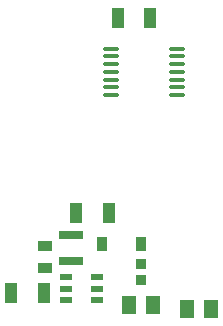
<source format=gbp>
G04*
G04 #@! TF.GenerationSoftware,Altium Limited,CircuitMaker,2.2.0 (2.2.0.5)*
G04*
G04 Layer_Color=16770453*
%FSLAX25Y25*%
%MOIN*%
G70*
G04*
G04 #@! TF.SameCoordinates,9A8D6191-CA6A-4FCB-8608-DBD58737C46A*
G04*
G04*
G04 #@! TF.FilePolarity,Positive*
G04*
G01*
G75*
%ADD46R,0.04331X0.02362*%
%ADD47R,0.03937X0.06693*%
%ADD48R,0.07874X0.03150*%
%ADD49R,0.05118X0.03543*%
%ADD50R,0.04921X0.06102*%
%ADD51R,0.03583X0.04803*%
%ADD52O,0.05512X0.01378*%
%ADD53R,0.03740X0.03347*%
D46*
X154331Y111614D02*
D03*
X164961Y115354D02*
D03*
Y111614D02*
D03*
Y107874D02*
D03*
X154331D02*
D03*
Y115354D02*
D03*
D47*
X168651Y136673D02*
D03*
X157746D02*
D03*
X136228Y110138D02*
D03*
X147134D02*
D03*
X182567Y201772D02*
D03*
X171661D02*
D03*
D48*
X156299Y120669D02*
D03*
Y129331D02*
D03*
D49*
X147343Y118405D02*
D03*
Y125886D02*
D03*
D50*
X183425Y106299D02*
D03*
X175354D02*
D03*
X202785Y104774D02*
D03*
X194715D02*
D03*
D51*
X166476Y126575D02*
D03*
X179390D02*
D03*
D52*
X191437Y191535D02*
D03*
Y188976D02*
D03*
Y186417D02*
D03*
Y183858D02*
D03*
Y181299D02*
D03*
Y178740D02*
D03*
Y176181D02*
D03*
X169390Y191535D02*
D03*
Y188976D02*
D03*
Y186417D02*
D03*
Y183858D02*
D03*
Y181299D02*
D03*
Y178740D02*
D03*
Y176181D02*
D03*
D53*
X179626Y114469D02*
D03*
Y119783D02*
D03*
M02*

</source>
